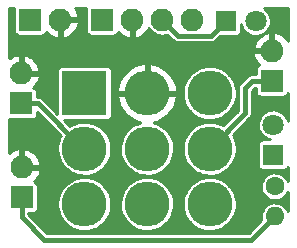
<source format=gbl>
G04 #@! TF.GenerationSoftware,KiCad,Pcbnew,(5.99.0-1105-g741783c6d)*
G04 #@! TF.CreationDate,2020-03-14T19:50:04+02:00*
G04 #@! TF.ProjectId,stomp-breakout,73746f6d-702d-4627-9265-616b6f75742e,rev?*
G04 #@! TF.SameCoordinates,Original*
G04 #@! TF.FileFunction,Copper,L2,Bot*
G04 #@! TF.FilePolarity,Positive*
%FSLAX46Y46*%
G04 Gerber Fmt 4.6, Leading zero omitted, Abs format (unit mm)*
G04 Created by KiCad (PCBNEW (5.99.0-1105-g741783c6d)) date 2020-03-14 19:50:04*
%MOMM*%
%LPD*%
G01*
G04 APERTURE LIST*
G04 #@! TA.AperFunction,ComponentPad*
%ADD10C,1.800000*%
G04 #@! TD*
G04 #@! TA.AperFunction,ComponentPad*
%ADD11R,1.800000X1.800000*%
G04 #@! TD*
G04 #@! TA.AperFunction,ComponentPad*
%ADD12O,3.816000X3.816000*%
G04 #@! TD*
G04 #@! TA.AperFunction,ComponentPad*
%ADD13R,3.816000X3.816000*%
G04 #@! TD*
G04 #@! TA.AperFunction,ComponentPad*
%ADD14O,1.930400X1.930400*%
G04 #@! TD*
G04 #@! TA.AperFunction,ComponentPad*
%ADD15R,1.930400X1.930400*%
G04 #@! TD*
G04 #@! TA.AperFunction,ComponentPad*
%ADD16O,1.600000X1.600000*%
G04 #@! TD*
G04 #@! TA.AperFunction,ComponentPad*
%ADD17C,1.600000*%
G04 #@! TD*
G04 #@! TA.AperFunction,Conductor*
%ADD18C,0.381000*%
G04 #@! TD*
G04 #@! TA.AperFunction,Conductor*
%ADD19C,0.254000*%
G04 #@! TD*
G04 APERTURE END LIST*
D10*
X156921200Y-83820000D03*
D11*
X154381200Y-83820000D03*
D12*
X153026400Y-99340400D03*
X153026400Y-94640400D03*
X153026400Y-89940400D03*
X147726400Y-99340400D03*
X147726400Y-94640400D03*
X147726400Y-89940400D03*
X142426400Y-99340400D03*
X142426400Y-94640400D03*
D13*
X142426400Y-89940400D03*
D14*
X137109200Y-96215200D03*
D15*
X137109200Y-98755200D03*
D14*
X140360400Y-83718400D03*
D15*
X137820400Y-83718400D03*
D14*
X151536400Y-83718400D03*
X148996400Y-83718400D03*
X146456400Y-83718400D03*
D15*
X143916400Y-83718400D03*
D16*
X158546800Y-100380800D03*
D17*
X158546800Y-97840800D03*
D10*
X158394400Y-92608400D03*
D11*
X158394400Y-95148400D03*
D15*
X137058400Y-90805000D03*
D14*
X137058400Y-88265000D03*
D15*
X158292800Y-88900000D03*
D14*
X158292800Y-86360000D03*
D18*
X153127099Y-85074101D02*
X154381200Y-83820000D01*
X150352101Y-85074101D02*
X153127099Y-85074101D01*
X148996400Y-83718400D02*
X150352101Y-85074101D01*
X156006800Y-91660000D02*
X153026400Y-94640400D01*
X156616400Y-88900000D02*
X156006800Y-89509600D01*
X156006800Y-89509600D02*
X156006800Y-91660000D01*
X158292800Y-88900000D02*
X156616400Y-88900000D01*
X142290800Y-94640400D02*
X142426400Y-94640400D01*
X138455400Y-90805000D02*
X142290800Y-94640400D01*
X137058400Y-90805000D02*
X138455400Y-90805000D01*
X156565600Y-102362000D02*
X158546800Y-100380800D01*
X139039600Y-102362000D02*
X156565600Y-102362000D01*
X137109200Y-100431600D02*
X139039600Y-102362000D01*
X137109200Y-98755200D02*
X137109200Y-100431600D01*
G36*
X136471437Y-82734690D02*
G01*
X136470224Y-82747010D01*
X136470224Y-84689790D01*
X136471437Y-84702110D01*
X136494779Y-84819458D01*
X136504277Y-84842389D01*
X136574205Y-84947044D01*
X136591756Y-84964595D01*
X136696411Y-85034523D01*
X136719342Y-85044021D01*
X136836690Y-85067363D01*
X136849010Y-85068576D01*
X138791790Y-85068576D01*
X138804110Y-85067363D01*
X138921458Y-85044021D01*
X138944389Y-85034523D01*
X139049044Y-84964595D01*
X139066595Y-84947044D01*
X139136523Y-84842389D01*
X139146021Y-84819458D01*
X139154655Y-84776050D01*
X139331680Y-84949404D01*
X139339637Y-84956010D01*
X139546548Y-85100892D01*
X139555477Y-85106110D01*
X139783273Y-85215251D01*
X139792935Y-85218940D01*
X140035498Y-85289412D01*
X140045632Y-85291473D01*
X140147709Y-85303646D01*
X140232400Y-85228454D01*
X140232400Y-83920209D01*
X140488400Y-83920209D01*
X140488400Y-85230701D01*
X140581812Y-85306344D01*
X140816445Y-85256470D01*
X140826350Y-85253499D01*
X141061528Y-85161333D01*
X141070815Y-85156784D01*
X141287782Y-85027446D01*
X141296201Y-85021441D01*
X141489130Y-84858403D01*
X141496455Y-84851103D01*
X141660166Y-84658744D01*
X141666201Y-84650346D01*
X141796295Y-84433831D01*
X141800877Y-84424561D01*
X141893863Y-84189706D01*
X141896870Y-84179811D01*
X141948685Y-83940153D01*
X141873036Y-83846400D01*
X140562209Y-83846400D01*
X140488400Y-83920209D01*
X140232400Y-83920209D01*
X140232400Y-83590400D01*
X141870034Y-83590400D01*
X141945519Y-83501391D01*
X141917574Y-83332596D01*
X141915055Y-83322566D01*
X141833653Y-83083450D01*
X141829530Y-83073966D01*
X141710167Y-82851355D01*
X141704549Y-82842671D01*
X141615316Y-82726800D01*
X142569006Y-82726800D01*
X142567437Y-82734690D01*
X142566224Y-82747010D01*
X142566224Y-84689790D01*
X142567437Y-84702110D01*
X142590779Y-84819458D01*
X142600277Y-84842389D01*
X142670205Y-84947044D01*
X142687756Y-84964595D01*
X142792411Y-85034523D01*
X142815342Y-85044021D01*
X142932690Y-85067363D01*
X142945010Y-85068576D01*
X144887790Y-85068576D01*
X144900110Y-85067363D01*
X145017458Y-85044021D01*
X145040389Y-85034523D01*
X145145044Y-84964595D01*
X145162595Y-84947044D01*
X145232523Y-84842389D01*
X145242021Y-84819458D01*
X145250655Y-84776050D01*
X145427680Y-84949404D01*
X145435637Y-84956010D01*
X145642548Y-85100892D01*
X145651477Y-85106110D01*
X145879273Y-85215251D01*
X145888935Y-85218940D01*
X146131498Y-85289412D01*
X146141632Y-85291473D01*
X146243709Y-85303646D01*
X146328400Y-85228454D01*
X146328400Y-83590400D01*
X146584400Y-83590400D01*
X146584400Y-85230701D01*
X146677812Y-85306344D01*
X146912445Y-85256470D01*
X146922350Y-85253499D01*
X147157528Y-85161333D01*
X147166815Y-85156784D01*
X147383782Y-85027446D01*
X147392201Y-85021441D01*
X147585130Y-84858403D01*
X147592455Y-84851103D01*
X147756166Y-84658744D01*
X147762201Y-84650346D01*
X147875294Y-84462125D01*
X147948063Y-84569202D01*
X147955171Y-84577888D01*
X148115296Y-84741400D01*
X148123829Y-84748688D01*
X148310378Y-84881263D01*
X148320068Y-84886925D01*
X148527146Y-84984368D01*
X148537686Y-84988225D01*
X148758746Y-85047458D01*
X148769802Y-85049388D01*
X148997857Y-85068538D01*
X149009080Y-85068479D01*
X149236923Y-85046942D01*
X149247958Y-85044896D01*
X149455354Y-84986990D01*
X149929610Y-85461246D01*
X149971233Y-85510852D01*
X149988122Y-85525023D01*
X150044207Y-85557404D01*
X150097250Y-85594544D01*
X150117230Y-85603861D01*
X150131125Y-85607584D01*
X150143582Y-85614776D01*
X150164298Y-85622316D01*
X150228066Y-85633561D01*
X150290622Y-85650323D01*
X150312585Y-85652244D01*
X150377091Y-85646601D01*
X153102108Y-85646601D01*
X153166614Y-85652244D01*
X153188578Y-85650323D01*
X153251124Y-85633562D01*
X153314902Y-85622317D01*
X153335620Y-85614776D01*
X153348077Y-85607584D01*
X153361967Y-85603862D01*
X153381949Y-85594544D01*
X153434981Y-85557411D01*
X153491077Y-85525024D01*
X153507967Y-85510852D01*
X153549603Y-85461232D01*
X153905859Y-85104976D01*
X155287390Y-85104976D01*
X155299710Y-85103763D01*
X155417058Y-85080421D01*
X155439989Y-85070923D01*
X155544644Y-85000995D01*
X155562195Y-84983444D01*
X155632123Y-84878789D01*
X155641621Y-84855858D01*
X155664963Y-84738510D01*
X155666176Y-84726190D01*
X155666176Y-84078948D01*
X155674372Y-84130695D01*
X155677216Y-84141892D01*
X155751869Y-84352708D01*
X155756706Y-84363200D01*
X155868528Y-84556881D01*
X155875196Y-84566316D01*
X156020442Y-84736376D01*
X156028717Y-84744438D01*
X156202521Y-84885182D01*
X156212127Y-84891600D01*
X156408669Y-84998314D01*
X156419284Y-85002875D01*
X156631982Y-85071984D01*
X156643251Y-85074534D01*
X156864981Y-85103725D01*
X156876525Y-85104179D01*
X157099863Y-85092475D01*
X157111297Y-85090817D01*
X157328761Y-85038608D01*
X157339702Y-85034894D01*
X157531223Y-84949623D01*
X157333712Y-85074003D01*
X157325442Y-85080212D01*
X157136554Y-85247914D01*
X157129409Y-85255391D01*
X156970447Y-85451693D01*
X156964620Y-85460236D01*
X156839854Y-85679864D01*
X156835499Y-85689244D01*
X156748279Y-85926300D01*
X156745516Y-85936266D01*
X156706531Y-86140631D01*
X156782118Y-86232000D01*
X158090991Y-86232001D01*
X158164800Y-86158192D01*
X158164801Y-84844957D01*
X158068986Y-84769286D01*
X157799313Y-84833531D01*
X157789483Y-84836743D01*
X157563799Y-84931612D01*
X157738401Y-84811612D01*
X157747284Y-84804224D01*
X157905424Y-84646084D01*
X157912812Y-84637201D01*
X158039485Y-84452890D01*
X158045130Y-84442810D01*
X158136094Y-84238502D01*
X158139808Y-84227561D01*
X158192210Y-84009293D01*
X158193934Y-83996199D01*
X158201411Y-83710652D01*
X158200374Y-83697486D01*
X158159468Y-83476774D01*
X158156332Y-83465654D01*
X158076185Y-83256865D01*
X158071075Y-83246504D01*
X157954221Y-83055816D01*
X157947309Y-83046559D01*
X157797662Y-82880359D01*
X157789178Y-82872516D01*
X157611750Y-82736371D01*
X157601979Y-82730206D01*
X157595294Y-82726800D01*
X159640000Y-82726800D01*
X159640000Y-85488987D01*
X159636949Y-85484271D01*
X159482831Y-85284146D01*
X159475872Y-85276497D01*
X159291137Y-85104229D01*
X159283021Y-85097819D01*
X159072632Y-84958036D01*
X159063578Y-84953038D01*
X158833183Y-84849495D01*
X158823434Y-84846043D01*
X158579223Y-84781519D01*
X158569042Y-84779706D01*
X158503202Y-84773482D01*
X158420800Y-84848461D01*
X158420799Y-86158192D01*
X158420800Y-86158193D01*
X158420799Y-86488000D01*
X156783319Y-86487999D01*
X156707976Y-86574672D01*
X156726664Y-86707644D01*
X156728937Y-86717732D01*
X156804473Y-86958766D01*
X156808364Y-86968348D01*
X156922252Y-87193808D01*
X156927655Y-87202626D01*
X157076838Y-87406458D01*
X157083609Y-87414275D01*
X157237756Y-87565226D01*
X157191742Y-87574379D01*
X157168811Y-87583877D01*
X157064156Y-87653805D01*
X157046605Y-87671356D01*
X156976677Y-87776011D01*
X156967179Y-87798942D01*
X156943837Y-87916290D01*
X156942624Y-87928610D01*
X156942624Y-88327500D01*
X156641391Y-88327500D01*
X156576885Y-88321857D01*
X156554921Y-88323778D01*
X156492376Y-88340538D01*
X156428597Y-88351784D01*
X156407881Y-88359325D01*
X156395424Y-88366517D01*
X156381529Y-88370240D01*
X156361549Y-88379557D01*
X156308507Y-88416697D01*
X156252421Y-88449077D01*
X156235532Y-88463249D01*
X156193907Y-88512856D01*
X155619660Y-89087104D01*
X155570049Y-89128732D01*
X155555877Y-89145622D01*
X155523493Y-89201714D01*
X155486357Y-89254750D01*
X155477041Y-89274729D01*
X155473317Y-89288623D01*
X155466124Y-89301084D01*
X155458584Y-89321799D01*
X155447339Y-89385567D01*
X155430578Y-89448122D01*
X155428657Y-89470085D01*
X155434300Y-89534591D01*
X155434301Y-91422863D01*
X154190187Y-92666977D01*
X153952014Y-92542463D01*
X153944158Y-92539014D01*
X153658729Y-92436254D01*
X153650477Y-92433903D01*
X153353741Y-92370829D01*
X153345246Y-92369621D01*
X153042697Y-92347403D01*
X153034117Y-92347358D01*
X152731350Y-92366406D01*
X152722843Y-92367526D01*
X152425464Y-92427489D01*
X152417188Y-92429753D01*
X152130697Y-92529519D01*
X152122804Y-92532886D01*
X151852505Y-92670611D01*
X151845143Y-92675017D01*
X151596034Y-92848152D01*
X151589338Y-92853516D01*
X151366033Y-93058857D01*
X151360127Y-93065080D01*
X151166755Y-93298826D01*
X151161748Y-93305794D01*
X151001888Y-93563622D01*
X150997873Y-93571204D01*
X150874483Y-93848342D01*
X150871535Y-93856399D01*
X150786898Y-94147719D01*
X150785070Y-94156102D01*
X150740754Y-94456212D01*
X150740081Y-94464766D01*
X150736904Y-94768114D01*
X150737398Y-94776680D01*
X150775420Y-95077653D01*
X150777072Y-95086072D01*
X150855589Y-95379101D01*
X150858368Y-95387218D01*
X150975927Y-95666879D01*
X150979782Y-95674544D01*
X151134207Y-95935663D01*
X151139067Y-95942734D01*
X151327501Y-96180479D01*
X151333276Y-96186824D01*
X151552232Y-96396797D01*
X151558814Y-96402301D01*
X151804242Y-96580614D01*
X151811510Y-96585173D01*
X152078866Y-96728528D01*
X152086686Y-96732059D01*
X152371025Y-96837804D01*
X152379251Y-96840241D01*
X152675310Y-96906418D01*
X152683792Y-96907716D01*
X152986092Y-96933101D01*
X152994671Y-96933236D01*
X153297621Y-96917359D01*
X153306139Y-96916328D01*
X153604130Y-96859483D01*
X153612429Y-96857306D01*
X153899950Y-96760544D01*
X153907877Y-96757261D01*
X154179604Y-96622374D01*
X154187011Y-96618045D01*
X154437919Y-96447529D01*
X154444670Y-96442235D01*
X154670114Y-96239245D01*
X154676085Y-96233083D01*
X154871895Y-96001374D01*
X154876975Y-95994459D01*
X155039526Y-95738319D01*
X155043620Y-95730779D01*
X155169905Y-95454949D01*
X155172937Y-95446923D01*
X155260619Y-95156505D01*
X155262535Y-95148142D01*
X155310043Y-94848186D01*
X155310817Y-94838977D01*
X155314474Y-94489706D01*
X155313894Y-94480484D01*
X155272678Y-94179600D01*
X155270938Y-94171198D01*
X155189357Y-93879008D01*
X155186493Y-93870921D01*
X155066012Y-93592505D01*
X155062077Y-93584881D01*
X154997758Y-93478677D01*
X156393939Y-92082497D01*
X156443551Y-92040868D01*
X156457722Y-92023979D01*
X156490103Y-91967894D01*
X156527243Y-91914851D01*
X156536560Y-91894871D01*
X156540283Y-91880976D01*
X156547475Y-91868519D01*
X156555015Y-91847803D01*
X156566260Y-91784035D01*
X156583022Y-91721479D01*
X156584943Y-91699516D01*
X156579300Y-91635010D01*
X156579300Y-89746736D01*
X156853537Y-89472500D01*
X156942624Y-89472500D01*
X156942624Y-89871390D01*
X156943837Y-89883710D01*
X156967179Y-90001058D01*
X156976677Y-90023989D01*
X157046605Y-90128644D01*
X157064156Y-90146195D01*
X157168811Y-90216123D01*
X157191742Y-90225621D01*
X157309090Y-90248963D01*
X157321410Y-90250176D01*
X159264190Y-90250176D01*
X159276510Y-90248963D01*
X159393858Y-90225621D01*
X159416789Y-90216123D01*
X159521444Y-90146195D01*
X159538995Y-90128644D01*
X159608923Y-90023989D01*
X159618421Y-90001058D01*
X159640000Y-89892572D01*
X159640000Y-92304737D01*
X159632668Y-92265174D01*
X159629532Y-92254054D01*
X159549385Y-92045265D01*
X159544275Y-92034904D01*
X159427421Y-91844216D01*
X159420509Y-91834959D01*
X159270862Y-91668759D01*
X159262378Y-91660916D01*
X159084950Y-91524771D01*
X159075179Y-91518606D01*
X158875911Y-91417074D01*
X158865180Y-91412792D01*
X158650746Y-91349274D01*
X158639415Y-91347020D01*
X158416996Y-91323642D01*
X158405443Y-91323491D01*
X158182489Y-91341039D01*
X158171103Y-91342995D01*
X157955079Y-91400878D01*
X157944240Y-91404877D01*
X157742382Y-91501158D01*
X157732452Y-91507066D01*
X157551521Y-91638520D01*
X157542836Y-91646138D01*
X157388889Y-91808362D01*
X157381736Y-91817436D01*
X157259931Y-92004999D01*
X157254552Y-92015224D01*
X157168967Y-92221844D01*
X157165540Y-92232878D01*
X157119042Y-92451635D01*
X157117684Y-92463108D01*
X157111830Y-92686674D01*
X157112586Y-92698203D01*
X157147572Y-92919095D01*
X157150416Y-92930292D01*
X157225069Y-93141108D01*
X157229906Y-93151600D01*
X157341728Y-93345281D01*
X157348396Y-93354716D01*
X157493642Y-93524776D01*
X157501917Y-93532838D01*
X157675721Y-93673582D01*
X157685327Y-93680000D01*
X157881869Y-93786714D01*
X157892484Y-93791275D01*
X158105182Y-93860384D01*
X158116451Y-93862934D01*
X158120173Y-93863424D01*
X157488210Y-93863424D01*
X157475890Y-93864637D01*
X157358542Y-93887979D01*
X157335611Y-93897477D01*
X157230956Y-93967405D01*
X157213405Y-93984956D01*
X157143477Y-94089611D01*
X157133979Y-94112542D01*
X157110637Y-94229890D01*
X157109424Y-94242210D01*
X157109424Y-96054590D01*
X157110637Y-96066910D01*
X157133979Y-96184258D01*
X157143477Y-96207189D01*
X157213405Y-96311844D01*
X157230956Y-96329395D01*
X157335611Y-96399323D01*
X157358542Y-96408821D01*
X157475890Y-96432163D01*
X157488210Y-96433376D01*
X159300590Y-96433376D01*
X159312910Y-96432163D01*
X159430258Y-96408821D01*
X159453189Y-96399323D01*
X159557844Y-96329395D01*
X159575395Y-96311844D01*
X159640001Y-96215154D01*
X159640001Y-97396447D01*
X159596074Y-97289871D01*
X159590287Y-97278989D01*
X159469081Y-97096558D01*
X159461291Y-97087007D01*
X159306959Y-96931593D01*
X159297462Y-96923737D01*
X159115882Y-96801260D01*
X159105041Y-96795398D01*
X158903130Y-96710523D01*
X158891356Y-96706879D01*
X158676805Y-96662837D01*
X158664548Y-96661549D01*
X158445528Y-96660020D01*
X158433254Y-96661137D01*
X158218109Y-96702179D01*
X158206285Y-96705658D01*
X158003210Y-96787706D01*
X157992288Y-96793416D01*
X157809016Y-96913346D01*
X157799411Y-96921069D01*
X157642923Y-97074312D01*
X157635000Y-97083753D01*
X157511258Y-97264474D01*
X157505320Y-97275274D01*
X157419038Y-97476588D01*
X157415312Y-97488335D01*
X157369773Y-97702574D01*
X157368399Y-97714822D01*
X157365341Y-97933826D01*
X157366373Y-97946108D01*
X157405912Y-98161534D01*
X157409309Y-98173381D01*
X157489937Y-98377025D01*
X157495570Y-98387987D01*
X157614218Y-98572092D01*
X157621874Y-98581751D01*
X157774021Y-98739304D01*
X157783407Y-98747292D01*
X157963258Y-98872293D01*
X157974017Y-98878306D01*
X158174723Y-98965992D01*
X158186445Y-98969800D01*
X158400360Y-99016833D01*
X158412598Y-99018292D01*
X158631575Y-99022879D01*
X158643864Y-99021934D01*
X158859561Y-98983901D01*
X158871432Y-98980586D01*
X159075634Y-98901381D01*
X159086635Y-98895824D01*
X159271563Y-98778464D01*
X159281275Y-98770877D01*
X159439888Y-98619833D01*
X159447941Y-98610503D01*
X159574194Y-98431528D01*
X159580281Y-98420812D01*
X159640001Y-98286680D01*
X159640001Y-99936447D01*
X159596074Y-99829871D01*
X159590287Y-99818989D01*
X159469081Y-99636558D01*
X159461291Y-99627007D01*
X159306959Y-99471593D01*
X159297462Y-99463737D01*
X159115882Y-99341260D01*
X159105041Y-99335398D01*
X158903130Y-99250523D01*
X158891356Y-99246879D01*
X158676805Y-99202837D01*
X158664548Y-99201549D01*
X158445528Y-99200020D01*
X158433254Y-99201137D01*
X158218109Y-99242179D01*
X158206285Y-99245658D01*
X158003210Y-99327706D01*
X157992288Y-99333416D01*
X157809016Y-99453346D01*
X157799411Y-99461069D01*
X157642923Y-99614312D01*
X157635000Y-99623753D01*
X157511258Y-99804474D01*
X157505320Y-99815274D01*
X157419038Y-100016588D01*
X157415312Y-100028335D01*
X157369773Y-100242574D01*
X157368399Y-100254822D01*
X157365341Y-100473826D01*
X157366373Y-100486108D01*
X157405911Y-100701534D01*
X157408256Y-100709708D01*
X156328465Y-101789500D01*
X139276736Y-101789500D01*
X137681700Y-100194465D01*
X137681700Y-100105376D01*
X138080590Y-100105376D01*
X138092910Y-100104163D01*
X138210258Y-100080821D01*
X138233189Y-100071323D01*
X138337844Y-100001395D01*
X138355395Y-99983844D01*
X138425323Y-99879189D01*
X138434821Y-99856258D01*
X138458163Y-99738910D01*
X138459376Y-99726590D01*
X138459376Y-99468114D01*
X140136904Y-99468114D01*
X140137398Y-99476680D01*
X140175420Y-99777653D01*
X140177072Y-99786072D01*
X140255589Y-100079101D01*
X140258368Y-100087218D01*
X140375927Y-100366879D01*
X140379782Y-100374544D01*
X140534207Y-100635663D01*
X140539067Y-100642734D01*
X140727501Y-100880479D01*
X140733276Y-100886824D01*
X140952232Y-101096797D01*
X140958814Y-101102301D01*
X141204242Y-101280614D01*
X141211510Y-101285173D01*
X141478866Y-101428528D01*
X141486686Y-101432059D01*
X141771025Y-101537804D01*
X141779251Y-101540241D01*
X142075310Y-101606418D01*
X142083792Y-101607716D01*
X142386092Y-101633101D01*
X142394671Y-101633236D01*
X142697621Y-101617359D01*
X142706139Y-101616328D01*
X143004130Y-101559483D01*
X143012429Y-101557306D01*
X143299950Y-101460544D01*
X143307877Y-101457261D01*
X143579604Y-101322374D01*
X143587011Y-101318045D01*
X143837919Y-101147529D01*
X143844670Y-101142235D01*
X144070114Y-100939245D01*
X144076085Y-100933083D01*
X144271895Y-100701374D01*
X144276975Y-100694459D01*
X144439526Y-100438319D01*
X144443620Y-100430779D01*
X144569905Y-100154949D01*
X144572937Y-100146923D01*
X144660619Y-99856505D01*
X144662535Y-99848142D01*
X144710043Y-99548186D01*
X144710817Y-99538977D01*
X144711558Y-99468114D01*
X145436904Y-99468114D01*
X145437398Y-99476680D01*
X145475420Y-99777653D01*
X145477072Y-99786072D01*
X145555589Y-100079101D01*
X145558368Y-100087218D01*
X145675927Y-100366879D01*
X145679782Y-100374544D01*
X145834207Y-100635663D01*
X145839067Y-100642734D01*
X146027501Y-100880479D01*
X146033276Y-100886824D01*
X146252232Y-101096797D01*
X146258814Y-101102301D01*
X146504242Y-101280614D01*
X146511510Y-101285173D01*
X146778866Y-101428528D01*
X146786686Y-101432059D01*
X147071025Y-101537804D01*
X147079251Y-101540241D01*
X147375310Y-101606418D01*
X147383792Y-101607716D01*
X147686092Y-101633101D01*
X147694671Y-101633236D01*
X147997621Y-101617359D01*
X148006139Y-101616328D01*
X148304130Y-101559483D01*
X148312429Y-101557306D01*
X148599950Y-101460544D01*
X148607877Y-101457261D01*
X148879604Y-101322374D01*
X148887011Y-101318045D01*
X149137919Y-101147529D01*
X149144670Y-101142235D01*
X149370114Y-100939245D01*
X149376085Y-100933083D01*
X149571895Y-100701374D01*
X149576975Y-100694459D01*
X149739526Y-100438319D01*
X149743620Y-100430779D01*
X149869905Y-100154949D01*
X149872937Y-100146923D01*
X149960619Y-99856505D01*
X149962535Y-99848142D01*
X150010043Y-99548186D01*
X150010817Y-99538977D01*
X150011558Y-99468114D01*
X150736904Y-99468114D01*
X150737398Y-99476680D01*
X150775420Y-99777653D01*
X150777072Y-99786072D01*
X150855589Y-100079101D01*
X150858368Y-100087218D01*
X150975927Y-100366879D01*
X150979782Y-100374544D01*
X151134207Y-100635663D01*
X151139067Y-100642734D01*
X151327501Y-100880479D01*
X151333276Y-100886824D01*
X151552232Y-101096797D01*
X151558814Y-101102301D01*
X151804242Y-101280614D01*
X151811510Y-101285173D01*
X152078866Y-101428528D01*
X152086686Y-101432059D01*
X152371025Y-101537804D01*
X152379251Y-101540241D01*
X152675310Y-101606418D01*
X152683792Y-101607716D01*
X152986092Y-101633101D01*
X152994671Y-101633236D01*
X153297621Y-101617359D01*
X153306139Y-101616328D01*
X153604130Y-101559483D01*
X153612429Y-101557306D01*
X153899950Y-101460544D01*
X153907877Y-101457261D01*
X154179604Y-101322374D01*
X154187011Y-101318045D01*
X154437919Y-101147529D01*
X154444670Y-101142235D01*
X154670114Y-100939245D01*
X154676085Y-100933083D01*
X154871895Y-100701374D01*
X154876975Y-100694459D01*
X155039526Y-100438319D01*
X155043620Y-100430779D01*
X155169905Y-100154949D01*
X155172937Y-100146923D01*
X155260619Y-99856505D01*
X155262535Y-99848142D01*
X155310043Y-99548186D01*
X155310817Y-99538977D01*
X155314474Y-99189706D01*
X155313894Y-99180484D01*
X155272678Y-98879600D01*
X155270938Y-98871198D01*
X155189357Y-98579008D01*
X155186493Y-98570921D01*
X155066012Y-98292505D01*
X155062077Y-98284881D01*
X154904926Y-98025393D01*
X154899992Y-98018374D01*
X154709079Y-97782615D01*
X154703238Y-97776330D01*
X154482095Y-97568662D01*
X154475455Y-97563228D01*
X154228174Y-97387494D01*
X154220858Y-97383011D01*
X153952014Y-97242463D01*
X153944158Y-97239014D01*
X153658729Y-97136254D01*
X153650477Y-97133903D01*
X153353741Y-97070829D01*
X153345246Y-97069621D01*
X153042697Y-97047403D01*
X153034117Y-97047358D01*
X152731350Y-97066406D01*
X152722843Y-97067526D01*
X152425464Y-97127489D01*
X152417188Y-97129753D01*
X152130697Y-97229519D01*
X152122804Y-97232886D01*
X151852505Y-97370611D01*
X151845143Y-97375017D01*
X151596034Y-97548152D01*
X151589338Y-97553516D01*
X151366033Y-97758857D01*
X151360127Y-97765080D01*
X151166755Y-97998826D01*
X151161748Y-98005794D01*
X151001888Y-98263622D01*
X150997873Y-98271204D01*
X150874483Y-98548342D01*
X150871535Y-98556399D01*
X150786898Y-98847719D01*
X150785070Y-98856102D01*
X150740754Y-99156212D01*
X150740081Y-99164766D01*
X150736904Y-99468114D01*
X150011558Y-99468114D01*
X150014474Y-99189706D01*
X150013894Y-99180484D01*
X149972678Y-98879600D01*
X149970938Y-98871198D01*
X149889357Y-98579008D01*
X149886493Y-98570921D01*
X149766012Y-98292505D01*
X149762077Y-98284881D01*
X149604926Y-98025393D01*
X149599992Y-98018374D01*
X149409079Y-97782615D01*
X149403238Y-97776330D01*
X149182095Y-97568662D01*
X149175455Y-97563228D01*
X148928174Y-97387494D01*
X148920858Y-97383011D01*
X148652014Y-97242463D01*
X148644158Y-97239014D01*
X148358729Y-97136254D01*
X148350477Y-97133903D01*
X148053741Y-97070829D01*
X148045246Y-97069621D01*
X147742697Y-97047403D01*
X147734117Y-97047358D01*
X147431350Y-97066406D01*
X147422843Y-97067526D01*
X147125464Y-97127489D01*
X147117188Y-97129753D01*
X146830697Y-97229519D01*
X146822804Y-97232886D01*
X146552505Y-97370611D01*
X146545143Y-97375017D01*
X146296034Y-97548152D01*
X146289338Y-97553516D01*
X146066033Y-97758857D01*
X146060127Y-97765080D01*
X145866755Y-97998826D01*
X145861748Y-98005794D01*
X145701888Y-98263622D01*
X145697873Y-98271204D01*
X145574483Y-98548342D01*
X145571535Y-98556399D01*
X145486898Y-98847719D01*
X145485070Y-98856102D01*
X145440754Y-99156212D01*
X145440081Y-99164766D01*
X145436904Y-99468114D01*
X144711558Y-99468114D01*
X144714474Y-99189706D01*
X144713894Y-99180484D01*
X144672678Y-98879600D01*
X144670938Y-98871198D01*
X144589357Y-98579008D01*
X144586493Y-98570921D01*
X144466012Y-98292505D01*
X144462077Y-98284881D01*
X144304926Y-98025393D01*
X144299992Y-98018374D01*
X144109079Y-97782615D01*
X144103238Y-97776330D01*
X143882095Y-97568662D01*
X143875455Y-97563228D01*
X143628174Y-97387494D01*
X143620858Y-97383011D01*
X143352014Y-97242463D01*
X143344158Y-97239014D01*
X143058729Y-97136254D01*
X143050477Y-97133903D01*
X142753741Y-97070829D01*
X142745246Y-97069621D01*
X142442697Y-97047403D01*
X142434117Y-97047358D01*
X142131350Y-97066406D01*
X142122843Y-97067526D01*
X141825464Y-97127489D01*
X141817188Y-97129753D01*
X141530697Y-97229519D01*
X141522804Y-97232886D01*
X141252505Y-97370611D01*
X141245143Y-97375017D01*
X140996034Y-97548152D01*
X140989338Y-97553516D01*
X140766033Y-97758857D01*
X140760127Y-97765080D01*
X140566755Y-97998826D01*
X140561748Y-98005794D01*
X140401888Y-98263622D01*
X140397873Y-98271204D01*
X140274483Y-98548342D01*
X140271535Y-98556399D01*
X140186898Y-98847719D01*
X140185070Y-98856102D01*
X140140754Y-99156212D01*
X140140081Y-99164766D01*
X140136904Y-99468114D01*
X138459376Y-99468114D01*
X138459376Y-97783810D01*
X138458163Y-97771490D01*
X138434821Y-97654142D01*
X138425323Y-97631211D01*
X138355395Y-97526556D01*
X138337844Y-97509005D01*
X138233189Y-97439077D01*
X138210258Y-97429579D01*
X138161415Y-97419863D01*
X138237930Y-97355203D01*
X138245255Y-97347903D01*
X138408966Y-97155544D01*
X138415001Y-97147146D01*
X138545095Y-96930631D01*
X138549677Y-96921361D01*
X138642663Y-96686506D01*
X138645670Y-96676611D01*
X138697485Y-96436953D01*
X138621836Y-96343200D01*
X137311008Y-96343199D01*
X137311007Y-96343200D01*
X136981200Y-96343199D01*
X136981200Y-96013391D01*
X137237199Y-96013391D01*
X137311008Y-96087200D01*
X138618834Y-96087201D01*
X138694319Y-95998192D01*
X138666375Y-95829396D01*
X138663855Y-95819366D01*
X138582453Y-95580250D01*
X138578330Y-95570766D01*
X138458967Y-95348155D01*
X138453349Y-95339471D01*
X138299231Y-95139346D01*
X138292272Y-95131697D01*
X138107537Y-94959429D01*
X138099421Y-94953019D01*
X137889032Y-94813236D01*
X137879978Y-94808238D01*
X137649583Y-94704695D01*
X137639834Y-94701243D01*
X137395623Y-94636719D01*
X137385442Y-94634906D01*
X137319602Y-94628682D01*
X137237200Y-94703661D01*
X137237199Y-96013391D01*
X136981200Y-96013391D01*
X136981201Y-94700157D01*
X136885385Y-94624486D01*
X136615713Y-94688731D01*
X136605883Y-94691943D01*
X136373027Y-94789827D01*
X136363854Y-94794602D01*
X136150112Y-94929203D01*
X136141842Y-94935412D01*
X136066800Y-95002037D01*
X136066800Y-92152394D01*
X136074690Y-92153963D01*
X136087010Y-92155176D01*
X138029790Y-92155176D01*
X138042110Y-92153963D01*
X138159458Y-92130621D01*
X138182389Y-92121123D01*
X138287044Y-92051195D01*
X138304595Y-92033644D01*
X138374523Y-91928989D01*
X138384021Y-91906058D01*
X138407363Y-91788710D01*
X138408576Y-91776390D01*
X138408576Y-91567811D01*
X140402844Y-93562080D01*
X140401888Y-93563622D01*
X140397873Y-93571204D01*
X140274483Y-93848342D01*
X140271535Y-93856399D01*
X140186898Y-94147719D01*
X140185070Y-94156102D01*
X140140754Y-94456212D01*
X140140081Y-94464766D01*
X140136904Y-94768114D01*
X140137398Y-94776680D01*
X140175420Y-95077653D01*
X140177072Y-95086072D01*
X140255589Y-95379101D01*
X140258368Y-95387218D01*
X140375927Y-95666879D01*
X140379782Y-95674544D01*
X140534207Y-95935663D01*
X140539067Y-95942734D01*
X140727501Y-96180479D01*
X140733276Y-96186824D01*
X140952232Y-96396797D01*
X140958814Y-96402301D01*
X141204242Y-96580614D01*
X141211510Y-96585173D01*
X141478866Y-96728528D01*
X141486686Y-96732059D01*
X141771025Y-96837804D01*
X141779251Y-96840241D01*
X142075310Y-96906418D01*
X142083792Y-96907716D01*
X142386092Y-96933101D01*
X142394671Y-96933236D01*
X142697621Y-96917359D01*
X142706139Y-96916328D01*
X143004130Y-96859483D01*
X143012429Y-96857306D01*
X143299950Y-96760544D01*
X143307877Y-96757261D01*
X143579604Y-96622374D01*
X143587011Y-96618045D01*
X143837919Y-96447529D01*
X143844670Y-96442235D01*
X144070114Y-96239245D01*
X144076085Y-96233083D01*
X144271895Y-96001374D01*
X144276975Y-95994459D01*
X144439526Y-95738319D01*
X144443620Y-95730779D01*
X144569905Y-95454949D01*
X144572937Y-95446923D01*
X144660619Y-95156505D01*
X144662535Y-95148142D01*
X144710043Y-94848186D01*
X144710817Y-94838977D01*
X144714474Y-94489706D01*
X144713894Y-94480484D01*
X144672678Y-94179600D01*
X144670938Y-94171198D01*
X144589357Y-93879008D01*
X144586493Y-93870921D01*
X144466012Y-93592505D01*
X144462077Y-93584881D01*
X144304926Y-93325393D01*
X144299992Y-93318374D01*
X144109079Y-93082615D01*
X144103238Y-93076330D01*
X143882095Y-92868662D01*
X143875455Y-92863228D01*
X143628174Y-92687494D01*
X143620858Y-92683011D01*
X143352014Y-92542463D01*
X143344158Y-92539014D01*
X143058729Y-92436254D01*
X143050477Y-92433903D01*
X142753741Y-92370829D01*
X142745246Y-92369621D01*
X142442697Y-92347403D01*
X142434117Y-92347358D01*
X142131350Y-92366406D01*
X142122843Y-92367526D01*
X141825464Y-92427489D01*
X141817188Y-92429753D01*
X141530697Y-92529519D01*
X141522804Y-92532886D01*
X141252505Y-92670611D01*
X141245143Y-92675017D01*
X141180194Y-92720158D01*
X140693412Y-92233376D01*
X144340590Y-92233376D01*
X144352910Y-92232163D01*
X144470258Y-92208821D01*
X144493189Y-92199323D01*
X144597844Y-92129395D01*
X144615395Y-92111844D01*
X144685323Y-92007189D01*
X144694821Y-91984258D01*
X144718163Y-91866910D01*
X144719376Y-91854590D01*
X144719376Y-90146134D01*
X145190900Y-90146134D01*
X145193654Y-90209266D01*
X145194514Y-90217252D01*
X145248347Y-90528914D01*
X145250215Y-90536723D01*
X145343213Y-90839015D01*
X145346057Y-90846524D01*
X145476711Y-91134550D01*
X145480487Y-91141637D01*
X145646681Y-91410727D01*
X145651327Y-91417276D01*
X145850365Y-91663068D01*
X145855805Y-91668974D01*
X146084461Y-91887483D01*
X146090608Y-91892649D01*
X146345176Y-92080333D01*
X146351929Y-92084677D01*
X146628281Y-92238492D01*
X146635531Y-92241942D01*
X146929188Y-92359397D01*
X146936818Y-92361898D01*
X147161974Y-92420127D01*
X147125464Y-92427489D01*
X147117188Y-92429753D01*
X146830697Y-92529519D01*
X146822804Y-92532886D01*
X146552505Y-92670611D01*
X146545143Y-92675017D01*
X146296034Y-92848152D01*
X146289338Y-92853516D01*
X146066033Y-93058857D01*
X146060127Y-93065080D01*
X145866755Y-93298826D01*
X145861748Y-93305794D01*
X145701888Y-93563622D01*
X145697873Y-93571204D01*
X145574483Y-93848342D01*
X145571535Y-93856399D01*
X145486898Y-94147719D01*
X145485070Y-94156102D01*
X145440754Y-94456212D01*
X145440081Y-94464766D01*
X145436904Y-94768114D01*
X145437398Y-94776680D01*
X145475420Y-95077653D01*
X145477072Y-95086072D01*
X145555589Y-95379101D01*
X145558368Y-95387218D01*
X145675927Y-95666879D01*
X145679782Y-95674544D01*
X145834207Y-95935663D01*
X145839067Y-95942734D01*
X146027501Y-96180479D01*
X146033276Y-96186824D01*
X146252232Y-96396797D01*
X146258814Y-96402301D01*
X146504242Y-96580614D01*
X146511510Y-96585173D01*
X146778866Y-96728528D01*
X146786686Y-96732059D01*
X147071025Y-96837804D01*
X147079251Y-96840241D01*
X147375310Y-96906418D01*
X147383792Y-96907716D01*
X147686092Y-96933101D01*
X147694671Y-96933236D01*
X147997621Y-96917359D01*
X148006139Y-96916328D01*
X148304130Y-96859483D01*
X148312429Y-96857306D01*
X148599950Y-96760544D01*
X148607877Y-96757261D01*
X148879604Y-96622374D01*
X148887011Y-96618045D01*
X149137919Y-96447529D01*
X149144670Y-96442235D01*
X149370114Y-96239245D01*
X149376085Y-96233083D01*
X149571895Y-96001374D01*
X149576975Y-95994459D01*
X149739526Y-95738319D01*
X149743620Y-95730779D01*
X149869905Y-95454949D01*
X149872937Y-95446923D01*
X149960619Y-95156505D01*
X149962535Y-95148142D01*
X150010043Y-94848186D01*
X150010817Y-94838977D01*
X150014474Y-94489706D01*
X150013894Y-94480484D01*
X149972678Y-94179600D01*
X149970938Y-94171198D01*
X149889357Y-93879008D01*
X149886493Y-93870921D01*
X149766012Y-93592505D01*
X149762077Y-93584881D01*
X149604926Y-93325393D01*
X149599992Y-93318374D01*
X149409079Y-93082615D01*
X149403238Y-93076330D01*
X149182095Y-92868662D01*
X149175455Y-92863228D01*
X148928174Y-92687494D01*
X148920858Y-92683011D01*
X148652014Y-92542463D01*
X148644158Y-92539014D01*
X148358729Y-92436254D01*
X148350477Y-92433903D01*
X148289116Y-92420860D01*
X148524430Y-92359127D01*
X148532051Y-92356599D01*
X148825296Y-92238120D01*
X148832534Y-92234645D01*
X149108348Y-92079866D01*
X149115086Y-92075499D01*
X149368997Y-91886927D01*
X149375125Y-91881739D01*
X149603017Y-91662434D01*
X149608437Y-91656509D01*
X149806616Y-91410024D01*
X149811239Y-91403459D01*
X149976491Y-91133789D01*
X149980242Y-91126690D01*
X150109891Y-90838211D01*
X150112709Y-90830692D01*
X150204652Y-90528075D01*
X150206492Y-90520260D01*
X150267807Y-90157745D01*
X150192305Y-90068400D01*
X147928208Y-90068399D01*
X147928207Y-90068400D01*
X145265318Y-90068399D01*
X145190900Y-90146134D01*
X144719376Y-90146134D01*
X144719376Y-90068114D01*
X150736904Y-90068114D01*
X150737398Y-90076680D01*
X150775420Y-90377653D01*
X150777072Y-90386072D01*
X150855589Y-90679101D01*
X150858368Y-90687218D01*
X150975927Y-90966879D01*
X150979782Y-90974544D01*
X151134207Y-91235663D01*
X151139067Y-91242734D01*
X151327501Y-91480479D01*
X151333276Y-91486824D01*
X151552232Y-91696797D01*
X151558814Y-91702301D01*
X151804242Y-91880614D01*
X151811510Y-91885173D01*
X152078866Y-92028528D01*
X152086686Y-92032059D01*
X152371025Y-92137804D01*
X152379251Y-92140241D01*
X152675310Y-92206418D01*
X152683792Y-92207716D01*
X152986092Y-92233101D01*
X152994671Y-92233236D01*
X153297621Y-92217359D01*
X153306139Y-92216328D01*
X153604130Y-92159483D01*
X153612429Y-92157306D01*
X153899950Y-92060544D01*
X153907877Y-92057261D01*
X154179604Y-91922374D01*
X154187011Y-91918045D01*
X154437919Y-91747529D01*
X154444670Y-91742235D01*
X154670114Y-91539245D01*
X154676085Y-91533083D01*
X154871895Y-91301374D01*
X154876975Y-91294459D01*
X155039526Y-91038319D01*
X155043620Y-91030779D01*
X155169905Y-90754949D01*
X155172937Y-90746923D01*
X155260619Y-90456505D01*
X155262535Y-90448142D01*
X155310043Y-90148186D01*
X155310817Y-90138977D01*
X155314474Y-89789706D01*
X155313894Y-89780484D01*
X155272678Y-89479600D01*
X155270938Y-89471198D01*
X155189357Y-89179008D01*
X155186493Y-89170921D01*
X155066012Y-88892505D01*
X155062077Y-88884881D01*
X154904926Y-88625393D01*
X154899992Y-88618374D01*
X154709079Y-88382615D01*
X154703238Y-88376330D01*
X154482095Y-88168662D01*
X154475455Y-88163228D01*
X154228174Y-87987494D01*
X154220858Y-87983011D01*
X153952014Y-87842463D01*
X153944158Y-87839014D01*
X153658729Y-87736254D01*
X153650477Y-87733903D01*
X153353741Y-87670829D01*
X153345246Y-87669621D01*
X153042697Y-87647403D01*
X153034117Y-87647358D01*
X152731350Y-87666406D01*
X152722843Y-87667526D01*
X152425464Y-87727489D01*
X152417188Y-87729753D01*
X152130697Y-87829519D01*
X152122804Y-87832886D01*
X151852505Y-87970611D01*
X151845143Y-87975017D01*
X151596034Y-88148152D01*
X151589338Y-88153516D01*
X151366033Y-88358857D01*
X151360127Y-88365080D01*
X151166755Y-88598826D01*
X151161748Y-88605794D01*
X151001888Y-88863622D01*
X150997873Y-88871204D01*
X150874483Y-89148342D01*
X150871535Y-89156399D01*
X150786898Y-89447719D01*
X150785070Y-89456102D01*
X150740754Y-89756212D01*
X150740081Y-89764766D01*
X150736904Y-90068114D01*
X144719376Y-90068114D01*
X144719376Y-89730973D01*
X145192977Y-89730973D01*
X145267853Y-89812400D01*
X147524591Y-89812401D01*
X147598400Y-89738592D01*
X147598400Y-89738591D01*
X147854399Y-89738591D01*
X147928208Y-89812400D01*
X150186626Y-89812401D01*
X150261885Y-89726886D01*
X150227765Y-89460538D01*
X150226239Y-89452654D01*
X150146516Y-89146593D01*
X150144002Y-89138968D01*
X150026035Y-88845516D01*
X150022572Y-88838271D01*
X149868275Y-88562188D01*
X149863919Y-88555442D01*
X149675791Y-88301203D01*
X149670613Y-88295066D01*
X149451706Y-88066791D01*
X149445791Y-88061361D01*
X149199652Y-87862752D01*
X149193095Y-87858118D01*
X148923716Y-87692395D01*
X148916623Y-87688631D01*
X148628369Y-87558479D01*
X148620855Y-87555647D01*
X148318399Y-87463178D01*
X148310587Y-87461324D01*
X147998842Y-87408036D01*
X147990874Y-87407191D01*
X147932003Y-87404708D01*
X147854400Y-87479108D01*
X147854399Y-89738591D01*
X147598400Y-89738591D01*
X147598401Y-87481873D01*
X147516812Y-87406979D01*
X147351705Y-87421134D01*
X147343765Y-87422328D01*
X147034633Y-87489165D01*
X147026909Y-87491358D01*
X146728775Y-87596933D01*
X146721392Y-87600090D01*
X146439090Y-87742691D01*
X146432168Y-87746761D01*
X146170273Y-87924076D01*
X146163924Y-87928992D01*
X145926683Y-88138148D01*
X145921011Y-88143831D01*
X145712268Y-88381437D01*
X145707363Y-88387794D01*
X145530505Y-88649998D01*
X145526448Y-88656927D01*
X145384339Y-88939478D01*
X145381195Y-88946867D01*
X145276141Y-89245185D01*
X145273962Y-89252913D01*
X145207665Y-89562161D01*
X145206485Y-89570103D01*
X145192977Y-89730973D01*
X144719376Y-89730973D01*
X144719376Y-88026210D01*
X144718163Y-88013890D01*
X144694821Y-87896542D01*
X144685323Y-87873611D01*
X144615395Y-87768956D01*
X144597844Y-87751405D01*
X144493189Y-87681477D01*
X144470258Y-87671979D01*
X144352910Y-87648637D01*
X144340590Y-87647424D01*
X140512210Y-87647424D01*
X140499890Y-87648637D01*
X140382542Y-87671979D01*
X140359611Y-87681477D01*
X140254956Y-87751405D01*
X140237405Y-87768956D01*
X140167477Y-87873611D01*
X140157979Y-87896542D01*
X140134637Y-88013890D01*
X140133424Y-88026210D01*
X140133424Y-91673388D01*
X138877902Y-90417867D01*
X138836268Y-90368249D01*
X138819378Y-90354077D01*
X138763282Y-90321690D01*
X138710250Y-90284557D01*
X138690268Y-90275239D01*
X138676378Y-90271517D01*
X138663921Y-90264325D01*
X138643203Y-90256784D01*
X138579425Y-90245539D01*
X138516879Y-90228778D01*
X138494915Y-90226857D01*
X138430409Y-90232500D01*
X138408576Y-90232500D01*
X138408576Y-89833610D01*
X138407363Y-89821290D01*
X138384021Y-89703942D01*
X138374523Y-89681011D01*
X138304595Y-89576356D01*
X138287044Y-89558805D01*
X138182389Y-89488877D01*
X138159458Y-89479379D01*
X138110615Y-89469663D01*
X138187130Y-89405003D01*
X138194455Y-89397703D01*
X138358166Y-89205344D01*
X138364201Y-89196946D01*
X138494295Y-88980431D01*
X138498877Y-88971161D01*
X138591863Y-88736306D01*
X138594870Y-88726411D01*
X138646685Y-88486753D01*
X138571036Y-88393000D01*
X137260208Y-88392999D01*
X137260207Y-88393000D01*
X136930400Y-88392999D01*
X136930400Y-88063191D01*
X137186399Y-88063191D01*
X137260208Y-88137000D01*
X138568034Y-88137001D01*
X138643519Y-88047992D01*
X138615575Y-87879196D01*
X138613055Y-87869166D01*
X138531653Y-87630050D01*
X138527530Y-87620566D01*
X138408167Y-87397955D01*
X138402549Y-87389271D01*
X138248431Y-87189146D01*
X138241472Y-87181497D01*
X138056737Y-87009229D01*
X138048621Y-87002819D01*
X137838232Y-86863036D01*
X137829178Y-86858038D01*
X137598783Y-86754495D01*
X137589034Y-86751043D01*
X137344823Y-86686519D01*
X137334642Y-86684706D01*
X137268802Y-86678482D01*
X137186400Y-86753461D01*
X137186399Y-88063191D01*
X136930400Y-88063191D01*
X136930401Y-86749957D01*
X136834585Y-86674286D01*
X136564913Y-86738531D01*
X136555083Y-86741743D01*
X136322227Y-86839627D01*
X136313054Y-86844402D01*
X136099312Y-86979003D01*
X136091042Y-86985212D01*
X136066800Y-87006735D01*
X136066800Y-82726800D01*
X136473006Y-82726800D01*
X136471437Y-82734690D01*
G37*
D19*
X136471437Y-82734690D02*
X136470224Y-82747010D01*
X136470224Y-84689790D01*
X136471437Y-84702110D01*
X136494779Y-84819458D01*
X136504277Y-84842389D01*
X136574205Y-84947044D01*
X136591756Y-84964595D01*
X136696411Y-85034523D01*
X136719342Y-85044021D01*
X136836690Y-85067363D01*
X136849010Y-85068576D01*
X138791790Y-85068576D01*
X138804110Y-85067363D01*
X138921458Y-85044021D01*
X138944389Y-85034523D01*
X139049044Y-84964595D01*
X139066595Y-84947044D01*
X139136523Y-84842389D01*
X139146021Y-84819458D01*
X139154655Y-84776050D01*
X139331680Y-84949404D01*
X139339637Y-84956010D01*
X139546548Y-85100892D01*
X139555477Y-85106110D01*
X139783273Y-85215251D01*
X139792935Y-85218940D01*
X140035498Y-85289412D01*
X140045632Y-85291473D01*
X140147709Y-85303646D01*
X140232400Y-85228454D01*
X140232400Y-83920209D01*
X140488400Y-83920209D01*
X140488400Y-85230701D01*
X140581812Y-85306344D01*
X140816445Y-85256470D01*
X140826350Y-85253499D01*
X141061528Y-85161333D01*
X141070815Y-85156784D01*
X141287782Y-85027446D01*
X141296201Y-85021441D01*
X141489130Y-84858403D01*
X141496455Y-84851103D01*
X141660166Y-84658744D01*
X141666201Y-84650346D01*
X141796295Y-84433831D01*
X141800877Y-84424561D01*
X141893863Y-84189706D01*
X141896870Y-84179811D01*
X141948685Y-83940153D01*
X141873036Y-83846400D01*
X140562209Y-83846400D01*
X140488400Y-83920209D01*
X140232400Y-83920209D01*
X140232400Y-83590400D01*
X141870034Y-83590400D01*
X141945519Y-83501391D01*
X141917574Y-83332596D01*
X141915055Y-83322566D01*
X141833653Y-83083450D01*
X141829530Y-83073966D01*
X141710167Y-82851355D01*
X141704549Y-82842671D01*
X141615316Y-82726800D01*
X142569006Y-82726800D01*
X142567437Y-82734690D01*
X142566224Y-82747010D01*
X142566224Y-84689790D01*
X142567437Y-84702110D01*
X142590779Y-84819458D01*
X142600277Y-84842389D01*
X142670205Y-84947044D01*
X142687756Y-84964595D01*
X142792411Y-85034523D01*
X142815342Y-85044021D01*
X142932690Y-85067363D01*
X142945010Y-85068576D01*
X144887790Y-85068576D01*
X144900110Y-85067363D01*
X145017458Y-85044021D01*
X145040389Y-85034523D01*
X145145044Y-84964595D01*
X145162595Y-84947044D01*
X145232523Y-84842389D01*
X145242021Y-84819458D01*
X145250655Y-84776050D01*
X145427680Y-84949404D01*
X145435637Y-84956010D01*
X145642548Y-85100892D01*
X145651477Y-85106110D01*
X145879273Y-85215251D01*
X145888935Y-85218940D01*
X146131498Y-85289412D01*
X146141632Y-85291473D01*
X146243709Y-85303646D01*
X146328400Y-85228454D01*
X146328400Y-83590400D01*
X146584400Y-83590400D01*
X146584400Y-85230701D01*
X146677812Y-85306344D01*
X146912445Y-85256470D01*
X146922350Y-85253499D01*
X147157528Y-85161333D01*
X147166815Y-85156784D01*
X147383782Y-85027446D01*
X147392201Y-85021441D01*
X147585130Y-84858403D01*
X147592455Y-84851103D01*
X147756166Y-84658744D01*
X147762201Y-84650346D01*
X147875294Y-84462125D01*
X147948063Y-84569202D01*
X147955171Y-84577888D01*
X148115296Y-84741400D01*
X148123829Y-84748688D01*
X148310378Y-84881263D01*
X148320068Y-84886925D01*
X148527146Y-84984368D01*
X148537686Y-84988225D01*
X148758746Y-85047458D01*
X148769802Y-85049388D01*
X148997857Y-85068538D01*
X149009080Y-85068479D01*
X149236923Y-85046942D01*
X149247958Y-85044896D01*
X149455354Y-84986990D01*
X149929610Y-85461246D01*
X149971233Y-85510852D01*
X149988122Y-85525023D01*
X150044207Y-85557404D01*
X150097250Y-85594544D01*
X150117230Y-85603861D01*
X150131125Y-85607584D01*
X150143582Y-85614776D01*
X150164298Y-85622316D01*
X150228066Y-85633561D01*
X150290622Y-85650323D01*
X150312585Y-85652244D01*
X150377091Y-85646601D01*
X153102108Y-85646601D01*
X153166614Y-85652244D01*
X153188578Y-85650323D01*
X153251124Y-85633562D01*
X153314902Y-85622317D01*
X153335620Y-85614776D01*
X153348077Y-85607584D01*
X153361967Y-85603862D01*
X153381949Y-85594544D01*
X153434981Y-85557411D01*
X153491077Y-85525024D01*
X153507967Y-85510852D01*
X153549603Y-85461232D01*
X153905859Y-85104976D01*
X155287390Y-85104976D01*
X155299710Y-85103763D01*
X155417058Y-85080421D01*
X155439989Y-85070923D01*
X155544644Y-85000995D01*
X155562195Y-84983444D01*
X155632123Y-84878789D01*
X155641621Y-84855858D01*
X155664963Y-84738510D01*
X155666176Y-84726190D01*
X155666176Y-84078948D01*
X155674372Y-84130695D01*
X155677216Y-84141892D01*
X155751869Y-84352708D01*
X155756706Y-84363200D01*
X155868528Y-84556881D01*
X155875196Y-84566316D01*
X156020442Y-84736376D01*
X156028717Y-84744438D01*
X156202521Y-84885182D01*
X156212127Y-84891600D01*
X156408669Y-84998314D01*
X156419284Y-85002875D01*
X156631982Y-85071984D01*
X156643251Y-85074534D01*
X156864981Y-85103725D01*
X156876525Y-85104179D01*
X157099863Y-85092475D01*
X157111297Y-85090817D01*
X157328761Y-85038608D01*
X157339702Y-85034894D01*
X157531223Y-84949623D01*
X157333712Y-85074003D01*
X157325442Y-85080212D01*
X157136554Y-85247914D01*
X157129409Y-85255391D01*
X156970447Y-85451693D01*
X156964620Y-85460236D01*
X156839854Y-85679864D01*
X156835499Y-85689244D01*
X156748279Y-85926300D01*
X156745516Y-85936266D01*
X156706531Y-86140631D01*
X156782118Y-86232000D01*
X158090991Y-86232001D01*
X158164800Y-86158192D01*
X158164801Y-84844957D01*
X158068986Y-84769286D01*
X157799313Y-84833531D01*
X157789483Y-84836743D01*
X157563799Y-84931612D01*
X157738401Y-84811612D01*
X157747284Y-84804224D01*
X157905424Y-84646084D01*
X157912812Y-84637201D01*
X158039485Y-84452890D01*
X158045130Y-84442810D01*
X158136094Y-84238502D01*
X158139808Y-84227561D01*
X158192210Y-84009293D01*
X158193934Y-83996199D01*
X158201411Y-83710652D01*
X158200374Y-83697486D01*
X158159468Y-83476774D01*
X158156332Y-83465654D01*
X158076185Y-83256865D01*
X158071075Y-83246504D01*
X157954221Y-83055816D01*
X157947309Y-83046559D01*
X157797662Y-82880359D01*
X157789178Y-82872516D01*
X157611750Y-82736371D01*
X157601979Y-82730206D01*
X157595294Y-82726800D01*
X159640000Y-82726800D01*
X159640000Y-85488987D01*
X159636949Y-85484271D01*
X159482831Y-85284146D01*
X159475872Y-85276497D01*
X159291137Y-85104229D01*
X159283021Y-85097819D01*
X159072632Y-84958036D01*
X159063578Y-84953038D01*
X158833183Y-84849495D01*
X158823434Y-84846043D01*
X158579223Y-84781519D01*
X158569042Y-84779706D01*
X158503202Y-84773482D01*
X158420800Y-84848461D01*
X158420799Y-86158192D01*
X158420800Y-86158193D01*
X158420799Y-86488000D01*
X156783319Y-86487999D01*
X156707976Y-86574672D01*
X156726664Y-86707644D01*
X156728937Y-86717732D01*
X156804473Y-86958766D01*
X156808364Y-86968348D01*
X156922252Y-87193808D01*
X156927655Y-87202626D01*
X157076838Y-87406458D01*
X157083609Y-87414275D01*
X157237756Y-87565226D01*
X157191742Y-87574379D01*
X157168811Y-87583877D01*
X157064156Y-87653805D01*
X157046605Y-87671356D01*
X156976677Y-87776011D01*
X156967179Y-87798942D01*
X156943837Y-87916290D01*
X156942624Y-87928610D01*
X156942624Y-88327500D01*
X156641391Y-88327500D01*
X156576885Y-88321857D01*
X156554921Y-88323778D01*
X156492376Y-88340538D01*
X156428597Y-88351784D01*
X156407881Y-88359325D01*
X156395424Y-88366517D01*
X156381529Y-88370240D01*
X156361549Y-88379557D01*
X156308507Y-88416697D01*
X156252421Y-88449077D01*
X156235532Y-88463249D01*
X156193907Y-88512856D01*
X155619660Y-89087104D01*
X155570049Y-89128732D01*
X155555877Y-89145622D01*
X155523493Y-89201714D01*
X155486357Y-89254750D01*
X155477041Y-89274729D01*
X155473317Y-89288623D01*
X155466124Y-89301084D01*
X155458584Y-89321799D01*
X155447339Y-89385567D01*
X155430578Y-89448122D01*
X155428657Y-89470085D01*
X155434300Y-89534591D01*
X155434301Y-91422863D01*
X154190187Y-92666977D01*
X153952014Y-92542463D01*
X153944158Y-92539014D01*
X153658729Y-92436254D01*
X153650477Y-92433903D01*
X153353741Y-92370829D01*
X153345246Y-92369621D01*
X153042697Y-92347403D01*
X153034117Y-92347358D01*
X152731350Y-92366406D01*
X152722843Y-92367526D01*
X152425464Y-92427489D01*
X152417188Y-92429753D01*
X152130697Y-92529519D01*
X152122804Y-92532886D01*
X151852505Y-92670611D01*
X151845143Y-92675017D01*
X151596034Y-92848152D01*
X151589338Y-92853516D01*
X151366033Y-93058857D01*
X151360127Y-93065080D01*
X151166755Y-93298826D01*
X151161748Y-93305794D01*
X151001888Y-93563622D01*
X150997873Y-93571204D01*
X150874483Y-93848342D01*
X150871535Y-93856399D01*
X150786898Y-94147719D01*
X150785070Y-94156102D01*
X150740754Y-94456212D01*
X150740081Y-94464766D01*
X150736904Y-94768114D01*
X150737398Y-94776680D01*
X150775420Y-95077653D01*
X150777072Y-95086072D01*
X150855589Y-95379101D01*
X150858368Y-95387218D01*
X150975927Y-95666879D01*
X150979782Y-95674544D01*
X151134207Y-95935663D01*
X151139067Y-95942734D01*
X151327501Y-96180479D01*
X151333276Y-96186824D01*
X151552232Y-96396797D01*
X151558814Y-96402301D01*
X151804242Y-96580614D01*
X151811510Y-96585173D01*
X152078866Y-96728528D01*
X152086686Y-96732059D01*
X152371025Y-96837804D01*
X152379251Y-96840241D01*
X152675310Y-96906418D01*
X152683792Y-96907716D01*
X152986092Y-96933101D01*
X152994671Y-96933236D01*
X153297621Y-96917359D01*
X153306139Y-96916328D01*
X153604130Y-96859483D01*
X153612429Y-96857306D01*
X153899950Y-96760544D01*
X153907877Y-96757261D01*
X154179604Y-96622374D01*
X154187011Y-96618045D01*
X154437919Y-96447529D01*
X154444670Y-96442235D01*
X154670114Y-96239245D01*
X154676085Y-96233083D01*
X154871895Y-96001374D01*
X154876975Y-95994459D01*
X155039526Y-95738319D01*
X155043620Y-95730779D01*
X155169905Y-95454949D01*
X155172937Y-95446923D01*
X155260619Y-95156505D01*
X155262535Y-95148142D01*
X155310043Y-94848186D01*
X155310817Y-94838977D01*
X155314474Y-94489706D01*
X155313894Y-94480484D01*
X155272678Y-94179600D01*
X155270938Y-94171198D01*
X155189357Y-93879008D01*
X155186493Y-93870921D01*
X155066012Y-93592505D01*
X155062077Y-93584881D01*
X154997758Y-93478677D01*
X156393939Y-92082497D01*
X156443551Y-92040868D01*
X156457722Y-92023979D01*
X156490103Y-91967894D01*
X156527243Y-91914851D01*
X156536560Y-91894871D01*
X156540283Y-91880976D01*
X156547475Y-91868519D01*
X156555015Y-91847803D01*
X156566260Y-91784035D01*
X156583022Y-91721479D01*
X156584943Y-91699516D01*
X156579300Y-91635010D01*
X156579300Y-89746736D01*
X156853537Y-89472500D01*
X156942624Y-89472500D01*
X156942624Y-89871390D01*
X156943837Y-89883710D01*
X156967179Y-90001058D01*
X156976677Y-90023989D01*
X157046605Y-90128644D01*
X157064156Y-90146195D01*
X157168811Y-90216123D01*
X157191742Y-90225621D01*
X157309090Y-90248963D01*
X157321410Y-90250176D01*
X159264190Y-90250176D01*
X159276510Y-90248963D01*
X159393858Y-90225621D01*
X159416789Y-90216123D01*
X159521444Y-90146195D01*
X159538995Y-90128644D01*
X159608923Y-90023989D01*
X159618421Y-90001058D01*
X159640000Y-89892572D01*
X159640000Y-92304737D01*
X159632668Y-92265174D01*
X159629532Y-92254054D01*
X159549385Y-92045265D01*
X159544275Y-92034904D01*
X159427421Y-91844216D01*
X159420509Y-91834959D01*
X159270862Y-91668759D01*
X159262378Y-91660916D01*
X159084950Y-91524771D01*
X159075179Y-91518606D01*
X158875911Y-91417074D01*
X158865180Y-91412792D01*
X158650746Y-91349274D01*
X158639415Y-91347020D01*
X158416996Y-91323642D01*
X158405443Y-91323491D01*
X158182489Y-91341039D01*
X158171103Y-91342995D01*
X157955079Y-91400878D01*
X157944240Y-91404877D01*
X157742382Y-91501158D01*
X157732452Y-91507066D01*
X157551521Y-91638520D01*
X157542836Y-91646138D01*
X157388889Y-91808362D01*
X157381736Y-91817436D01*
X157259931Y-92004999D01*
X157254552Y-92015224D01*
X157168967Y-92221844D01*
X157165540Y-92232878D01*
X157119042Y-92451635D01*
X157117684Y-92463108D01*
X157111830Y-92686674D01*
X157112586Y-92698203D01*
X157147572Y-92919095D01*
X157150416Y-92930292D01*
X157225069Y-93141108D01*
X157229906Y-93151600D01*
X157341728Y-93345281D01*
X157348396Y-93354716D01*
X157493642Y-93524776D01*
X157501917Y-93532838D01*
X157675721Y-93673582D01*
X157685327Y-93680000D01*
X157881869Y-93786714D01*
X157892484Y-93791275D01*
X158105182Y-93860384D01*
X158116451Y-93862934D01*
X158120173Y-93863424D01*
X157488210Y-93863424D01*
X157475890Y-93864637D01*
X157358542Y-93887979D01*
X157335611Y-93897477D01*
X157230956Y-93967405D01*
X157213405Y-93984956D01*
X157143477Y-94089611D01*
X157133979Y-94112542D01*
X157110637Y-94229890D01*
X157109424Y-94242210D01*
X157109424Y-96054590D01*
X157110637Y-96066910D01*
X157133979Y-96184258D01*
X157143477Y-96207189D01*
X157213405Y-96311844D01*
X157230956Y-96329395D01*
X157335611Y-96399323D01*
X157358542Y-96408821D01*
X157475890Y-96432163D01*
X157488210Y-96433376D01*
X159300590Y-96433376D01*
X159312910Y-96432163D01*
X159430258Y-96408821D01*
X159453189Y-96399323D01*
X159557844Y-96329395D01*
X159575395Y-96311844D01*
X159640001Y-96215154D01*
X159640001Y-97396447D01*
X159596074Y-97289871D01*
X159590287Y-97278989D01*
X159469081Y-97096558D01*
X159461291Y-97087007D01*
X159306959Y-96931593D01*
X159297462Y-96923737D01*
X159115882Y-96801260D01*
X159105041Y-96795398D01*
X158903130Y-96710523D01*
X158891356Y-96706879D01*
X158676805Y-96662837D01*
X158664548Y-96661549D01*
X158445528Y-96660020D01*
X158433254Y-96661137D01*
X158218109Y-96702179D01*
X158206285Y-96705658D01*
X158003210Y-96787706D01*
X157992288Y-96793416D01*
X157809016Y-96913346D01*
X157799411Y-96921069D01*
X157642923Y-97074312D01*
X157635000Y-97083753D01*
X157511258Y-97264474D01*
X157505320Y-97275274D01*
X157419038Y-97476588D01*
X157415312Y-97488335D01*
X157369773Y-97702574D01*
X157368399Y-97714822D01*
X157365341Y-97933826D01*
X157366373Y-97946108D01*
X157405912Y-98161534D01*
X157409309Y-98173381D01*
X157489937Y-98377025D01*
X157495570Y-98387987D01*
X157614218Y-98572092D01*
X157621874Y-98581751D01*
X157774021Y-98739304D01*
X157783407Y-98747292D01*
X157963258Y-98872293D01*
X157974017Y-98878306D01*
X158174723Y-98965992D01*
X158186445Y-98969800D01*
X158400360Y-99016833D01*
X158412598Y-99018292D01*
X158631575Y-99022879D01*
X158643864Y-99021934D01*
X158859561Y-98983901D01*
X158871432Y-98980586D01*
X159075634Y-98901381D01*
X159086635Y-98895824D01*
X159271563Y-98778464D01*
X159281275Y-98770877D01*
X159439888Y-98619833D01*
X159447941Y-98610503D01*
X159574194Y-98431528D01*
X159580281Y-98420812D01*
X159640001Y-98286680D01*
X159640001Y-99936447D01*
X159596074Y-99829871D01*
X159590287Y-99818989D01*
X159469081Y-99636558D01*
X159461291Y-99627007D01*
X159306959Y-99471593D01*
X159297462Y-99463737D01*
X159115882Y-99341260D01*
X159105041Y-99335398D01*
X158903130Y-99250523D01*
X158891356Y-99246879D01*
X158676805Y-99202837D01*
X158664548Y-99201549D01*
X158445528Y-99200020D01*
X158433254Y-99201137D01*
X158218109Y-99242179D01*
X158206285Y-99245658D01*
X158003210Y-99327706D01*
X157992288Y-99333416D01*
X157809016Y-99453346D01*
X157799411Y-99461069D01*
X157642923Y-99614312D01*
X157635000Y-99623753D01*
X157511258Y-99804474D01*
X157505320Y-99815274D01*
X157419038Y-100016588D01*
X157415312Y-100028335D01*
X157369773Y-100242574D01*
X157368399Y-100254822D01*
X157365341Y-100473826D01*
X157366373Y-100486108D01*
X157405911Y-100701534D01*
X157408256Y-100709708D01*
X156328465Y-101789500D01*
X139276736Y-101789500D01*
X137681700Y-100194465D01*
X137681700Y-100105376D01*
X138080590Y-100105376D01*
X138092910Y-100104163D01*
X138210258Y-100080821D01*
X138233189Y-100071323D01*
X138337844Y-100001395D01*
X138355395Y-99983844D01*
X138425323Y-99879189D01*
X138434821Y-99856258D01*
X138458163Y-99738910D01*
X138459376Y-99726590D01*
X138459376Y-99468114D01*
X140136904Y-99468114D01*
X140137398Y-99476680D01*
X140175420Y-99777653D01*
X140177072Y-99786072D01*
X140255589Y-100079101D01*
X140258368Y-100087218D01*
X140375927Y-100366879D01*
X140379782Y-100374544D01*
X140534207Y-100635663D01*
X140539067Y-100642734D01*
X140727501Y-100880479D01*
X140733276Y-100886824D01*
X140952232Y-101096797D01*
X140958814Y-101102301D01*
X141204242Y-101280614D01*
X141211510Y-101285173D01*
X141478866Y-101428528D01*
X141486686Y-101432059D01*
X141771025Y-101537804D01*
X141779251Y-101540241D01*
X142075310Y-101606418D01*
X142083792Y-101607716D01*
X142386092Y-101633101D01*
X142394671Y-101633236D01*
X142697621Y-101617359D01*
X142706139Y-101616328D01*
X143004130Y-101559483D01*
X143012429Y-101557306D01*
X143299950Y-101460544D01*
X143307877Y-101457261D01*
X143579604Y-101322374D01*
X143587011Y-101318045D01*
X143837919Y-101147529D01*
X143844670Y-101142235D01*
X144070114Y-100939245D01*
X144076085Y-100933083D01*
X144271895Y-100701374D01*
X144276975Y-100694459D01*
X144439526Y-100438319D01*
X144443620Y-100430779D01*
X144569905Y-100154949D01*
X144572937Y-100146923D01*
X144660619Y-99856505D01*
X144662535Y-99848142D01*
X144710043Y-99548186D01*
X144710817Y-99538977D01*
X144711558Y-99468114D01*
X145436904Y-99468114D01*
X145437398Y-99476680D01*
X145475420Y-99777653D01*
X145477072Y-99786072D01*
X145555589Y-100079101D01*
X145558368Y-100087218D01*
X145675927Y-100366879D01*
X145679782Y-100374544D01*
X145834207Y-100635663D01*
X145839067Y-100642734D01*
X146027501Y-100880479D01*
X146033276Y-100886824D01*
X146252232Y-101096797D01*
X146258814Y-101102301D01*
X146504242Y-101280614D01*
X146511510Y-101285173D01*
X146778866Y-101428528D01*
X146786686Y-101432059D01*
X147071025Y-101537804D01*
X147079251Y-101540241D01*
X147375310Y-101606418D01*
X147383792Y-101607716D01*
X147686092Y-101633101D01*
X147694671Y-101633236D01*
X147997621Y-101617359D01*
X148006139Y-101616328D01*
X148304130Y-101559483D01*
X148312429Y-101557306D01*
X148599950Y-101460544D01*
X148607877Y-101457261D01*
X148879604Y-101322374D01*
X148887011Y-101318045D01*
X149137919Y-101147529D01*
X149144670Y-101142235D01*
X149370114Y-100939245D01*
X149376085Y-100933083D01*
X149571895Y-100701374D01*
X149576975Y-100694459D01*
X149739526Y-100438319D01*
X149743620Y-100430779D01*
X149869905Y-100154949D01*
X149872937Y-100146923D01*
X149960619Y-99856505D01*
X149962535Y-99848142D01*
X150010043Y-99548186D01*
X150010817Y-99538977D01*
X150011558Y-99468114D01*
X150736904Y-99468114D01*
X150737398Y-99476680D01*
X150775420Y-99777653D01*
X150777072Y-99786072D01*
X150855589Y-100079101D01*
X150858368Y-100087218D01*
X150975927Y-100366879D01*
X150979782Y-100374544D01*
X151134207Y-100635663D01*
X151139067Y-100642734D01*
X151327501Y-100880479D01*
X151333276Y-100886824D01*
X151552232Y-101096797D01*
X151558814Y-101102301D01*
X151804242Y-101280614D01*
X151811510Y-101285173D01*
X152078866Y-101428528D01*
X152086686Y-101432059D01*
X152371025Y-101537804D01*
X152379251Y-101540241D01*
X152675310Y-101606418D01*
X152683792Y-101607716D01*
X152986092Y-101633101D01*
X152994671Y-101633236D01*
X153297621Y-101617359D01*
X153306139Y-101616328D01*
X153604130Y-101559483D01*
X153612429Y-101557306D01*
X153899950Y-101460544D01*
X153907877Y-101457261D01*
X154179604Y-101322374D01*
X154187011Y-101318045D01*
X154437919Y-101147529D01*
X154444670Y-101142235D01*
X154670114Y-100939245D01*
X154676085Y-100933083D01*
X154871895Y-100701374D01*
X154876975Y-100694459D01*
X155039526Y-100438319D01*
X155043620Y-100430779D01*
X155169905Y-100154949D01*
X155172937Y-100146923D01*
X155260619Y-99856505D01*
X155262535Y-99848142D01*
X155310043Y-99548186D01*
X155310817Y-99538977D01*
X155314474Y-99189706D01*
X155313894Y-99180484D01*
X155272678Y-98879600D01*
X155270938Y-98871198D01*
X155189357Y-98579008D01*
X155186493Y-98570921D01*
X155066012Y-98292505D01*
X155062077Y-98284881D01*
X154904926Y-98025393D01*
X154899992Y-98018374D01*
X154709079Y-97782615D01*
X154703238Y-97776330D01*
X154482095Y-97568662D01*
X154475455Y-97563228D01*
X154228174Y-97387494D01*
X154220858Y-97383011D01*
X153952014Y-97242463D01*
X153944158Y-97239014D01*
X153658729Y-97136254D01*
X153650477Y-97133903D01*
X153353741Y-97070829D01*
X153345246Y-97069621D01*
X153042697Y-97047403D01*
X153034117Y-97047358D01*
X152731350Y-97066406D01*
X152722843Y-97067526D01*
X152425464Y-97127489D01*
X152417188Y-97129753D01*
X152130697Y-97229519D01*
X152122804Y-97232886D01*
X151852505Y-97370611D01*
X151845143Y-97375017D01*
X151596034Y-97548152D01*
X151589338Y-97553516D01*
X151366033Y-97758857D01*
X151360127Y-97765080D01*
X151166755Y-97998826D01*
X151161748Y-98005794D01*
X151001888Y-98263622D01*
X150997873Y-98271204D01*
X150874483Y-98548342D01*
X150871535Y-98556399D01*
X150786898Y-98847719D01*
X150785070Y-98856102D01*
X150740754Y-99156212D01*
X150740081Y-99164766D01*
X150736904Y-99468114D01*
X150011558Y-99468114D01*
X150014474Y-99189706D01*
X150013894Y-99180484D01*
X149972678Y-98879600D01*
X149970938Y-98871198D01*
X149889357Y-98579008D01*
X149886493Y-98570921D01*
X149766012Y-98292505D01*
X149762077Y-98284881D01*
X149604926Y-98025393D01*
X149599992Y-98018374D01*
X149409079Y-97782615D01*
X149403238Y-97776330D01*
X149182095Y-97568662D01*
X149175455Y-97563228D01*
X148928174Y-97387494D01*
X148920858Y-97383011D01*
X148652014Y-97242463D01*
X148644158Y-97239014D01*
X148358729Y-97136254D01*
X148350477Y-97133903D01*
X148053741Y-97070829D01*
X148045246Y-97069621D01*
X147742697Y-97047403D01*
X147734117Y-97047358D01*
X147431350Y-97066406D01*
X147422843Y-97067526D01*
X147125464Y-97127489D01*
X147117188Y-97129753D01*
X146830697Y-97229519D01*
X146822804Y-97232886D01*
X146552505Y-97370611D01*
X146545143Y-97375017D01*
X146296034Y-97548152D01*
X146289338Y-97553516D01*
X146066033Y-97758857D01*
X146060127Y-97765080D01*
X145866755Y-97998826D01*
X145861748Y-98005794D01*
X145701888Y-98263622D01*
X145697873Y-98271204D01*
X145574483Y-98548342D01*
X145571535Y-98556399D01*
X145486898Y-98847719D01*
X145485070Y-98856102D01*
X145440754Y-99156212D01*
X145440081Y-99164766D01*
X145436904Y-99468114D01*
X144711558Y-99468114D01*
X144714474Y-99189706D01*
X144713894Y-99180484D01*
X144672678Y-98879600D01*
X144670938Y-98871198D01*
X144589357Y-98579008D01*
X144586493Y-98570921D01*
X144466012Y-98292505D01*
X144462077Y-98284881D01*
X144304926Y-98025393D01*
X144299992Y-98018374D01*
X144109079Y-97782615D01*
X144103238Y-97776330D01*
X143882095Y-97568662D01*
X143875455Y-97563228D01*
X143628174Y-97387494D01*
X143620858Y-97383011D01*
X143352014Y-97242463D01*
X143344158Y-97239014D01*
X143058729Y-97136254D01*
X143050477Y-97133903D01*
X142753741Y-97070829D01*
X142745246Y-97069621D01*
X142442697Y-97047403D01*
X142434117Y-97047358D01*
X142131350Y-97066406D01*
X142122843Y-97067526D01*
X141825464Y-97127489D01*
X141817188Y-97129753D01*
X141530697Y-97229519D01*
X141522804Y-97232886D01*
X141252505Y-97370611D01*
X141245143Y-97375017D01*
X140996034Y-97548152D01*
X140989338Y-97553516D01*
X140766033Y-97758857D01*
X140760127Y-97765080D01*
X140566755Y-97998826D01*
X140561748Y-98005794D01*
X140401888Y-98263622D01*
X140397873Y-98271204D01*
X140274483Y-98548342D01*
X140271535Y-98556399D01*
X140186898Y-98847719D01*
X140185070Y-98856102D01*
X140140754Y-99156212D01*
X140140081Y-99164766D01*
X140136904Y-99468114D01*
X138459376Y-99468114D01*
X138459376Y-97783810D01*
X138458163Y-97771490D01*
X138434821Y-97654142D01*
X138425323Y-97631211D01*
X138355395Y-97526556D01*
X138337844Y-97509005D01*
X138233189Y-97439077D01*
X138210258Y-97429579D01*
X138161415Y-97419863D01*
X138237930Y-97355203D01*
X138245255Y-97347903D01*
X138408966Y-97155544D01*
X138415001Y-97147146D01*
X138545095Y-96930631D01*
X138549677Y-96921361D01*
X138642663Y-96686506D01*
X138645670Y-96676611D01*
X138697485Y-96436953D01*
X138621836Y-96343200D01*
X137311008Y-96343199D01*
X137311007Y-96343200D01*
X136981200Y-96343199D01*
X136981200Y-96013391D01*
X137237199Y-96013391D01*
X137311008Y-96087200D01*
X138618834Y-96087201D01*
X138694319Y-95998192D01*
X138666375Y-95829396D01*
X138663855Y-95819366D01*
X138582453Y-95580250D01*
X138578330Y-95570766D01*
X138458967Y-95348155D01*
X138453349Y-95339471D01*
X138299231Y-95139346D01*
X138292272Y-95131697D01*
X138107537Y-94959429D01*
X138099421Y-94953019D01*
X137889032Y-94813236D01*
X137879978Y-94808238D01*
X137649583Y-94704695D01*
X137639834Y-94701243D01*
X137395623Y-94636719D01*
X137385442Y-94634906D01*
X137319602Y-94628682D01*
X137237200Y-94703661D01*
X137237199Y-96013391D01*
X136981200Y-96013391D01*
X136981201Y-94700157D01*
X136885385Y-94624486D01*
X136615713Y-94688731D01*
X136605883Y-94691943D01*
X136373027Y-94789827D01*
X136363854Y-94794602D01*
X136150112Y-94929203D01*
X136141842Y-94935412D01*
X136066800Y-95002037D01*
X136066800Y-92152394D01*
X136074690Y-92153963D01*
X136087010Y-92155176D01*
X138029790Y-92155176D01*
X138042110Y-92153963D01*
X138159458Y-92130621D01*
X138182389Y-92121123D01*
X138287044Y-92051195D01*
X138304595Y-92033644D01*
X138374523Y-91928989D01*
X138384021Y-91906058D01*
X138407363Y-91788710D01*
X138408576Y-91776390D01*
X138408576Y-91567811D01*
X140402844Y-93562080D01*
X140401888Y-93563622D01*
X140397873Y-93571204D01*
X140274483Y-93848342D01*
X140271535Y-93856399D01*
X140186898Y-94147719D01*
X140185070Y-94156102D01*
X140140754Y-94456212D01*
X140140081Y-94464766D01*
X140136904Y-94768114D01*
X140137398Y-94776680D01*
X140175420Y-95077653D01*
X140177072Y-95086072D01*
X140255589Y-95379101D01*
X140258368Y-95387218D01*
X140375927Y-95666879D01*
X140379782Y-95674544D01*
X140534207Y-95935663D01*
X140539067Y-95942734D01*
X140727501Y-96180479D01*
X140733276Y-96186824D01*
X140952232Y-96396797D01*
X140958814Y-96402301D01*
X141204242Y-96580614D01*
X141211510Y-96585173D01*
X141478866Y-96728528D01*
X141486686Y-96732059D01*
X141771025Y-96837804D01*
X141779251Y-96840241D01*
X142075310Y-96906418D01*
X142083792Y-96907716D01*
X142386092Y-96933101D01*
X142394671Y-96933236D01*
X142697621Y-96917359D01*
X142706139Y-96916328D01*
X143004130Y-96859483D01*
X143012429Y-96857306D01*
X143299950Y-96760544D01*
X143307877Y-96757261D01*
X143579604Y-96622374D01*
X143587011Y-96618045D01*
X143837919Y-96447529D01*
X143844670Y-96442235D01*
X144070114Y-96239245D01*
X144076085Y-96233083D01*
X144271895Y-96001374D01*
X144276975Y-95994459D01*
X144439526Y-95738319D01*
X144443620Y-95730779D01*
X144569905Y-95454949D01*
X144572937Y-95446923D01*
X144660619Y-95156505D01*
X144662535Y-95148142D01*
X144710043Y-94848186D01*
X144710817Y-94838977D01*
X144714474Y-94489706D01*
X144713894Y-94480484D01*
X144672678Y-94179600D01*
X144670938Y-94171198D01*
X144589357Y-93879008D01*
X144586493Y-93870921D01*
X144466012Y-93592505D01*
X144462077Y-93584881D01*
X144304926Y-93325393D01*
X144299992Y-93318374D01*
X144109079Y-93082615D01*
X144103238Y-93076330D01*
X143882095Y-92868662D01*
X143875455Y-92863228D01*
X143628174Y-92687494D01*
X143620858Y-92683011D01*
X143352014Y-92542463D01*
X143344158Y-92539014D01*
X143058729Y-92436254D01*
X143050477Y-92433903D01*
X142753741Y-92370829D01*
X142745246Y-92369621D01*
X142442697Y-92347403D01*
X142434117Y-92347358D01*
X142131350Y-92366406D01*
X142122843Y-92367526D01*
X141825464Y-92427489D01*
X141817188Y-92429753D01*
X141530697Y-92529519D01*
X141522804Y-92532886D01*
X141252505Y-92670611D01*
X141245143Y-92675017D01*
X141180194Y-92720158D01*
X140693412Y-92233376D01*
X144340590Y-92233376D01*
X144352910Y-92232163D01*
X144470258Y-92208821D01*
X144493189Y-92199323D01*
X144597844Y-92129395D01*
X144615395Y-92111844D01*
X144685323Y-92007189D01*
X144694821Y-91984258D01*
X144718163Y-91866910D01*
X144719376Y-91854590D01*
X144719376Y-90146134D01*
X145190900Y-90146134D01*
X145193654Y-90209266D01*
X145194514Y-90217252D01*
X145248347Y-90528914D01*
X145250215Y-90536723D01*
X145343213Y-90839015D01*
X145346057Y-90846524D01*
X145476711Y-91134550D01*
X145480487Y-91141637D01*
X145646681Y-91410727D01*
X145651327Y-91417276D01*
X145850365Y-91663068D01*
X145855805Y-91668974D01*
X146084461Y-91887483D01*
X146090608Y-91892649D01*
X146345176Y-92080333D01*
X146351929Y-92084677D01*
X146628281Y-92238492D01*
X146635531Y-92241942D01*
X146929188Y-92359397D01*
X146936818Y-92361898D01*
X147161974Y-92420127D01*
X147125464Y-92427489D01*
X147117188Y-92429753D01*
X146830697Y-92529519D01*
X146822804Y-92532886D01*
X146552505Y-92670611D01*
X146545143Y-92675017D01*
X146296034Y-92848152D01*
X146289338Y-92853516D01*
X146066033Y-93058857D01*
X146060127Y-93065080D01*
X145866755Y-93298826D01*
X145861748Y-93305794D01*
X145701888Y-93563622D01*
X145697873Y-93571204D01*
X145574483Y-93848342D01*
X145571535Y-93856399D01*
X145486898Y-94147719D01*
X145485070Y-94156102D01*
X145440754Y-94456212D01*
X145440081Y-94464766D01*
X145436904Y-94768114D01*
X145437398Y-94776680D01*
X145475420Y-95077653D01*
X145477072Y-95086072D01*
X145555589Y-95379101D01*
X145558368Y-95387218D01*
X145675927Y-95666879D01*
X145679782Y-95674544D01*
X145834207Y-95935663D01*
X145839067Y-95942734D01*
X146027501Y-96180479D01*
X146033276Y-96186824D01*
X146252232Y-96396797D01*
X146258814Y-96402301D01*
X146504242Y-96580614D01*
X146511510Y-96585173D01*
X146778866Y-96728528D01*
X146786686Y-96732059D01*
X147071025Y-96837804D01*
X147079251Y-96840241D01*
X147375310Y-96906418D01*
X147383792Y-96907716D01*
X147686092Y-96933101D01*
X147694671Y-96933236D01*
X147997621Y-96917359D01*
X148006139Y-96916328D01*
X148304130Y-96859483D01*
X148312429Y-96857306D01*
X148599950Y-96760544D01*
X148607877Y-96757261D01*
X148879604Y-96622374D01*
X148887011Y-96618045D01*
X149137919Y-96447529D01*
X149144670Y-96442235D01*
X149370114Y-96239245D01*
X149376085Y-96233083D01*
X149571895Y-96001374D01*
X149576975Y-95994459D01*
X149739526Y-95738319D01*
X149743620Y-95730779D01*
X149869905Y-95454949D01*
X149872937Y-95446923D01*
X149960619Y-95156505D01*
X149962535Y-95148142D01*
X150010043Y-94848186D01*
X150010817Y-94838977D01*
X150014474Y-94489706D01*
X150013894Y-94480484D01*
X149972678Y-94179600D01*
X149970938Y-94171198D01*
X149889357Y-93879008D01*
X149886493Y-93870921D01*
X149766012Y-93592505D01*
X149762077Y-93584881D01*
X149604926Y-93325393D01*
X149599992Y-93318374D01*
X149409079Y-93082615D01*
X149403238Y-93076330D01*
X149182095Y-92868662D01*
X149175455Y-92863228D01*
X148928174Y-92687494D01*
X148920858Y-92683011D01*
X148652014Y-92542463D01*
X148644158Y-92539014D01*
X148358729Y-92436254D01*
X148350477Y-92433903D01*
X148289116Y-92420860D01*
X148524430Y-92359127D01*
X148532051Y-92356599D01*
X148825296Y-92238120D01*
X148832534Y-92234645D01*
X149108348Y-92079866D01*
X149115086Y-92075499D01*
X149368997Y-91886927D01*
X149375125Y-91881739D01*
X149603017Y-91662434D01*
X149608437Y-91656509D01*
X149806616Y-91410024D01*
X149811239Y-91403459D01*
X149976491Y-91133789D01*
X149980242Y-91126690D01*
X150109891Y-90838211D01*
X150112709Y-90830692D01*
X150204652Y-90528075D01*
X150206492Y-90520260D01*
X150267807Y-90157745D01*
X150192305Y-90068400D01*
X147928208Y-90068399D01*
X147928207Y-90068400D01*
X145265318Y-90068399D01*
X145190900Y-90146134D01*
X144719376Y-90146134D01*
X144719376Y-90068114D01*
X150736904Y-90068114D01*
X150737398Y-90076680D01*
X150775420Y-90377653D01*
X150777072Y-90386072D01*
X150855589Y-90679101D01*
X150858368Y-90687218D01*
X150975927Y-90966879D01*
X150979782Y-90974544D01*
X151134207Y-91235663D01*
X151139067Y-91242734D01*
X151327501Y-91480479D01*
X151333276Y-91486824D01*
X151552232Y-91696797D01*
X151558814Y-91702301D01*
X151804242Y-91880614D01*
X151811510Y-91885173D01*
X152078866Y-92028528D01*
X152086686Y-92032059D01*
X152371025Y-92137804D01*
X152379251Y-92140241D01*
X152675310Y-92206418D01*
X152683792Y-92207716D01*
X152986092Y-92233101D01*
X152994671Y-92233236D01*
X153297621Y-92217359D01*
X153306139Y-92216328D01*
X153604130Y-92159483D01*
X153612429Y-92157306D01*
X153899950Y-92060544D01*
X153907877Y-92057261D01*
X154179604Y-91922374D01*
X154187011Y-91918045D01*
X154437919Y-91747529D01*
X154444670Y-91742235D01*
X154670114Y-91539245D01*
X154676085Y-91533083D01*
X154871895Y-91301374D01*
X154876975Y-91294459D01*
X155039526Y-91038319D01*
X155043620Y-91030779D01*
X155169905Y-90754949D01*
X155172937Y-90746923D01*
X155260619Y-90456505D01*
X155262535Y-90448142D01*
X155310043Y-90148186D01*
X155310817Y-90138977D01*
X155314474Y-89789706D01*
X155313894Y-89780484D01*
X155272678Y-89479600D01*
X155270938Y-89471198D01*
X155189357Y-89179008D01*
X155186493Y-89170921D01*
X155066012Y-88892505D01*
X155062077Y-88884881D01*
X154904926Y-88625393D01*
X154899992Y-88618374D01*
X154709079Y-88382615D01*
X154703238Y-88376330D01*
X154482095Y-88168662D01*
X154475455Y-88163228D01*
X154228174Y-87987494D01*
X154220858Y-87983011D01*
X153952014Y-87842463D01*
X153944158Y-87839014D01*
X153658729Y-87736254D01*
X153650477Y-87733903D01*
X153353741Y-87670829D01*
X153345246Y-87669621D01*
X153042697Y-87647403D01*
X153034117Y-87647358D01*
X152731350Y-87666406D01*
X152722843Y-87667526D01*
X152425464Y-87727489D01*
X152417188Y-87729753D01*
X152130697Y-87829519D01*
X152122804Y-87832886D01*
X151852505Y-87970611D01*
X151845143Y-87975017D01*
X151596034Y-88148152D01*
X151589338Y-88153516D01*
X151366033Y-88358857D01*
X151360127Y-88365080D01*
X151166755Y-88598826D01*
X151161748Y-88605794D01*
X151001888Y-88863622D01*
X150997873Y-88871204D01*
X150874483Y-89148342D01*
X150871535Y-89156399D01*
X150786898Y-89447719D01*
X150785070Y-89456102D01*
X150740754Y-89756212D01*
X150740081Y-89764766D01*
X150736904Y-90068114D01*
X144719376Y-90068114D01*
X144719376Y-89730973D01*
X145192977Y-89730973D01*
X145267853Y-89812400D01*
X147524591Y-89812401D01*
X147598400Y-89738592D01*
X147598400Y-89738591D01*
X147854399Y-89738591D01*
X147928208Y-89812400D01*
X150186626Y-89812401D01*
X150261885Y-89726886D01*
X150227765Y-89460538D01*
X150226239Y-89452654D01*
X150146516Y-89146593D01*
X150144002Y-89138968D01*
X150026035Y-88845516D01*
X150022572Y-88838271D01*
X149868275Y-88562188D01*
X149863919Y-88555442D01*
X149675791Y-88301203D01*
X149670613Y-88295066D01*
X149451706Y-88066791D01*
X149445791Y-88061361D01*
X149199652Y-87862752D01*
X149193095Y-87858118D01*
X148923716Y-87692395D01*
X148916623Y-87688631D01*
X148628369Y-87558479D01*
X148620855Y-87555647D01*
X148318399Y-87463178D01*
X148310587Y-87461324D01*
X147998842Y-87408036D01*
X147990874Y-87407191D01*
X147932003Y-87404708D01*
X147854400Y-87479108D01*
X147854399Y-89738591D01*
X147598400Y-89738591D01*
X147598401Y-87481873D01*
X147516812Y-87406979D01*
X147351705Y-87421134D01*
X147343765Y-87422328D01*
X147034633Y-87489165D01*
X147026909Y-87491358D01*
X146728775Y-87596933D01*
X146721392Y-87600090D01*
X146439090Y-87742691D01*
X146432168Y-87746761D01*
X146170273Y-87924076D01*
X146163924Y-87928992D01*
X145926683Y-88138148D01*
X145921011Y-88143831D01*
X145712268Y-88381437D01*
X145707363Y-88387794D01*
X145530505Y-88649998D01*
X145526448Y-88656927D01*
X145384339Y-88939478D01*
X145381195Y-88946867D01*
X145276141Y-89245185D01*
X145273962Y-89252913D01*
X145207665Y-89562161D01*
X145206485Y-89570103D01*
X145192977Y-89730973D01*
X144719376Y-89730973D01*
X144719376Y-88026210D01*
X144718163Y-88013890D01*
X144694821Y-87896542D01*
X144685323Y-87873611D01*
X144615395Y-87768956D01*
X144597844Y-87751405D01*
X144493189Y-87681477D01*
X144470258Y-87671979D01*
X144352910Y-87648637D01*
X144340590Y-87647424D01*
X140512210Y-87647424D01*
X140499890Y-87648637D01*
X140382542Y-87671979D01*
X140359611Y-87681477D01*
X140254956Y-87751405D01*
X140237405Y-87768956D01*
X140167477Y-87873611D01*
X140157979Y-87896542D01*
X140134637Y-88013890D01*
X140133424Y-88026210D01*
X140133424Y-91673388D01*
X138877902Y-90417867D01*
X138836268Y-90368249D01*
X138819378Y-90354077D01*
X138763282Y-90321690D01*
X138710250Y-90284557D01*
X138690268Y-90275239D01*
X138676378Y-90271517D01*
X138663921Y-90264325D01*
X138643203Y-90256784D01*
X138579425Y-90245539D01*
X138516879Y-90228778D01*
X138494915Y-90226857D01*
X138430409Y-90232500D01*
X138408576Y-90232500D01*
X138408576Y-89833610D01*
X138407363Y-89821290D01*
X138384021Y-89703942D01*
X138374523Y-89681011D01*
X138304595Y-89576356D01*
X138287044Y-89558805D01*
X138182389Y-89488877D01*
X138159458Y-89479379D01*
X138110615Y-89469663D01*
X138187130Y-89405003D01*
X138194455Y-89397703D01*
X138358166Y-89205344D01*
X138364201Y-89196946D01*
X138494295Y-88980431D01*
X138498877Y-88971161D01*
X138591863Y-88736306D01*
X138594870Y-88726411D01*
X138646685Y-88486753D01*
X138571036Y-88393000D01*
X137260208Y-88392999D01*
X137260207Y-88393000D01*
X136930400Y-88392999D01*
X136930400Y-88063191D01*
X137186399Y-88063191D01*
X137260208Y-88137000D01*
X138568034Y-88137001D01*
X138643519Y-88047992D01*
X138615575Y-87879196D01*
X138613055Y-87869166D01*
X138531653Y-87630050D01*
X138527530Y-87620566D01*
X138408167Y-87397955D01*
X138402549Y-87389271D01*
X138248431Y-87189146D01*
X138241472Y-87181497D01*
X138056737Y-87009229D01*
X138048621Y-87002819D01*
X137838232Y-86863036D01*
X137829178Y-86858038D01*
X137598783Y-86754495D01*
X137589034Y-86751043D01*
X137344823Y-86686519D01*
X137334642Y-86684706D01*
X137268802Y-86678482D01*
X137186400Y-86753461D01*
X137186399Y-88063191D01*
X136930400Y-88063191D01*
X136930401Y-86749957D01*
X136834585Y-86674286D01*
X136564913Y-86738531D01*
X136555083Y-86741743D01*
X136322227Y-86839627D01*
X136313054Y-86844402D01*
X136099312Y-86979003D01*
X136091042Y-86985212D01*
X136066800Y-87006735D01*
X136066800Y-82726800D01*
X136473006Y-82726800D01*
X136471437Y-82734690D01*
M02*

</source>
